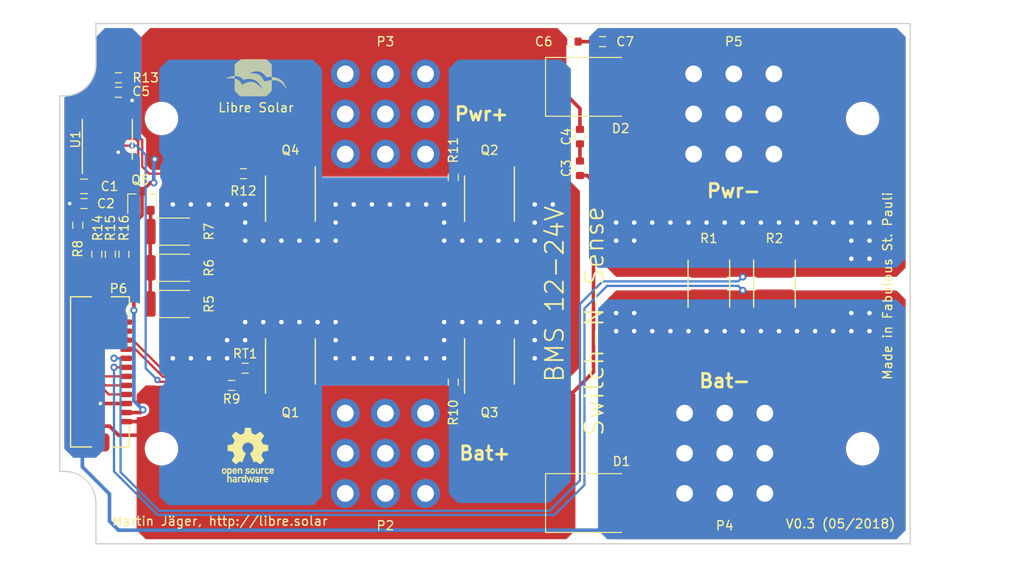
<source format=kicad_pcb>
(kicad_pcb (version 20221018) (generator pcbnew)
  (layers (0 "F.Cu" signal) (31 "B.Cu" signal) (34 "B.Paste" user) (35 "F.Paste" user) (36 "B.SilkS" user "B.Silkscreen") (37 "F.SilkS" user "F.Silkscreen") (38 "B.Mask" user) (39 "F.Mask" user) (44 "Edge.Cuts" user))
  (net 0 "")
  (net 1 "Net-(C1-Pad1)")
  (net 2 "Net-(C1-Pad2)")
  (net 3 "GND")
  (net 4 "/BAT+")
  (net 5 "/LOAD+")
  (net 6 "Net-(C5-Pad1)")
  (net 7 "Net-(C6-Pad2)")
  (net 8 "/LOAD-")
  (net 9 "/CHG+")
  (net 10 "/CHG_G")
  (net 11 "/DSG_G")
  (net 12 "/PCHG_G")
  (net 13 "Net-(R9-Pad2)")
  (net 14 "Net-(R12-Pad2)")
  (net 15 "Net-(C3-Pad2)")
  (net 16 "Net-(P6-Pad2)")
  (net 17 "Net-(P6-Pad4)")
  (net 18 "Net-(P6-Pad9)")
  (net 19 "/CHG_EN")
  (net 20 "/DSG_EN")
  (net 21 "/PCHG_EN")
  (net 22 "Net-(U1-Pad3)")
  (net 23 "Net-(U1-Pad10)")
  (net 24 "Net-(U1-Pad13)")
  (net 25 "Net-(U1-Pad15)")
  (net 26 "Net-(P6-Pad1)")
  (net 27 "Net-(P6-Pad3)")
  (net 28 "Net-(P6-Pad7)")
  (net 29 "Net-(P6-Pad8)")
  (net 30 "Net-(Q5-Pad2)")
  (footprint "LibreSolar:5X6_MOSFET" (layer "F.Cu") (at 122 97.85)
    (fp_text reference "Q1")
    (fp_text value "BSC014N04LS" hide)
  )
  (footprint "LibreSolar:5X6_MOSFET" (layer "F.Cu") (at 144 78.85 180)
    (fp_text reference "Q2")
    (fp_text value "BSC014N04LS" hide)
  )
  (footprint "LibreSolar:5X6_MOSFET" (layer "F.Cu") (at 144 97.85)
    (fp_text reference "Q3")
    (fp_text value "BSC014N04LS" hide)
  )
  (footprint "LibreSolar:5X6_MOSFET" (layer "F.Cu") (at 122 78.85 180)
    (fp_text reference "Q4")
    (fp_text value "BSC014N04LS" hide)
  )
  (footprint "LibreSolar:R_Bourns_CRE2512" (layer "F.Cu") (at 168.25 88.75 -90)
    (fp_text reference "R1")
    (fp_text value "2m")
  )
  (footprint "LibreSolar:R_Bourns_CRE2512" (layer "F.Cu") (at 175.5 88.75 -90)
    (fp_text reference "R2")
    (fp_text value "2m")
  )
  (footprint "LibreSolar:LIBRESOLAR_LOGO" (layer "F.Cu") (at 115.9 68)
    (fp_text reference "LOGO1" hide)
    (fp_text value "LIBRE_SOLAR" hide)
  )
  (footprint "LibreSolar:Wuerth_WP-THRBU" (layer "F.Cu") (at 132.5 70)
    (fp_text reference "P3")
    (fp_text value "CONN_01X01")
  )
  (footprint "LibreSolar:Wuerth_WP-THRBU" (layer "F.Cu") (at 132.5 107.5)
    (fp_text reference "P2")
    (fp_text value "CONN_01X01")
  )
  (footprint "LibreSolar:Wuerth_WP-THRBU" (layer "F.Cu") (at 171 70)
    (fp_text reference "P5")
    (fp_text value "CONN_01X01")
  )
  (footprint "LibreSolar:Wuerth_WP-THRBU" (layer "F.Cu") (at 170 107.5)
    (fp_text reference "P4")
    (fp_text value "CONN_01X01")
  )
  (footprint "LibreSolar:SOT-23" (layer "F.Cu") (at 105.6 79.6 90)
    (fp_text reference "Q5")
    (fp_text value "ZXMP6A13F")
  )
  (footprint "LibreSolar:R_2010_5025" (layer "F.Cu") (at 109 87)
    (fp_text reference "R6")
    (fp_text value "330")
  )
  (footprint "LibreSolar:R_2010_5025" (layer "F.Cu") (at 109 83)
    (fp_text reference "R7")
    (fp_text value "330")
  )
  (footprint "LibreSolar:R_2010_5025" (layer "F.Cu") (at 109 91)
    (fp_text reference "R5")
    (fp_text value "330")
  )
  (footprint "LibreSolar:R_0603_1608" (layer "F.Cu") (at 116.8 76.6 180)
    (fp_text reference "R12")
    (fp_text value "4.7")
  )
  (footprint "LibreSolar:R_0603_1608" (layer "F.Cu") (at 98.5 82.3 -90)
    (fp_text reference "R8")
    (fp_text value "100")
  )
  (footprint "LibreSolar:R_0603_1608" (layer "F.Cu") (at 115.5 100 180)
    (fp_text reference "R9")
    (fp_text value "4.7")
  )
  (footprint "LibreSolar:R_0603_1608" (layer "F.Cu") (at 140 99.645939 -90)
    (fp_text reference "R10")
    (fp_text value "1M")
  )
  (footprint "LibreSolar:R_0603_1608" (layer "F.Cu") (at 140 77 -90)
    (fp_text reference "R11")
    (fp_text value "1M")
  )
  (footprint "LibreSolar:R_0603_1608" (layer "F.Cu") (at 100.6 85.5 90)
    (fp_text reference "R14")
    (fp_text value "1k")
  )
  (footprint "LibreSolar:R_0603_1608" (layer "F.Cu") (at 103.6 85.5 90)
    (fp_text reference "R16")
    (fp_text value "1k")
  )
  (footprint "LibreSolar:R_0603_1608" (layer "F.Cu") (at 102.1 85.5 90)
    (fp_text reference "R15")
    (fp_text value "1k")
  )
  (footprint "LibreSolar:R_0603_1608" (layer "F.Cu") (at 117 98.1 180)
    (fp_text reference "RT1")
    (fp_text value "10k")
  )
  (footprint "LibreSolar:R_0603_1608" (layer "F.Cu") (at 103 66)
    (fp_text reference "R13")
    (fp_text value "100")
  )
  (footprint "LibreSolar:D_SMC" (layer "F.Cu") (at 155 67)
    (fp_text reference "D2")
    (fp_text value "SMCJ24A")
  )
  (footprint "LibreSolar:D_SMC" (layer "F.Cu") (at 155 113)
    (fp_text reference "D1")
    (fp_text value "SMCJ24A")
  )
  (footprint "LibreSolar:C_0603_1608" (layer "F.Cu") (at 154 76 90)
    (fp_text reference "C3")
    (fp_text value "100n")
  )
  (footprint "LibreSolar:C_0603_1608" (layer "F.Cu") (at 156.5 62)
    (fp_text reference "C7")
    (fp_text value "100n")
  )
  (footprint "LibreSolar:C_0603_1608" (layer "F.Cu") (at 103 67.6)
    (fp_text reference "C5")
    (fp_text value "10n")
  )
  (footprint "LibreSolar:C_0603_1608" (layer "F.Cu") (at 154 72.5 90)
    (fp_text reference "C4")
    (fp_text value "100n")
  )
  (footprint "LibreSolar:C_0603_1608" (layer "F.Cu") (at 99.2 79.9 180)
    (fp_text reference "C2")
    (fp_text value "10n")
  )
  (footprint "LibreSolar:C_0603_1608" (layer "F.Cu") (at 153 62)
    (fp_text reference "C6")
    (fp_text value "100n")
  )
  (footprint "LibreSolar:Wuerth_WR-FPC_686112148922" (layer "F.Cu") (at 101.2 98.5 -90)
    (fp_text reference "P6")
    (fp_text value "Conn_Switch-N-Sense")
  )
  (footprint "MountingHole:MountingHole_3.2mm_M3" (layer "F.Cu") (at 185.25 70.5)
    (fp_text reference "REF**" hide)
    (fp_text value "MountingHole_3.2mm_M3")
  )
  (footprint "MountingHole:MountingHole_3.2mm_M3" (layer "F.Cu") (at 185.25 107)
    (fp_text reference "REF**" hide)
    (fp_text value "MountingHole_3.2mm_M3")
  )
  (footprint "MountingHole:MountingHole_3.2mm_M3" (layer "F.Cu") (at 107.75 70.5)
    (fp_text reference "REF**" hide)
    (fp_text value "MountingHole_3.2mm_M3")
  )
  (footprint "MountingHole:MountingHole_3.2mm_M3" (layer "F.Cu") (at 107.75 107)
    (fp_text reference "REF**" hide)
    (fp_text value "MountingHole_3.2mm_M3")
  )
  (footprint "Symbol:OSHW-Logo_5.7x6mm_SilkScreen" (layer "F.Cu") (at 117.3 107.7)
    (fp_text reference "LOGO2" hide)
    (fp_text value "OPEN_HARDWARE_1" hide)
  )
  (footprint "Package_SO:TSSOP-16_4.4x5mm_P0.65mm" (layer "F.Cu") (at 101.8 72.8 90)
    (fp_text reference "U1")
    (fp_text value "BQ76200")
  )
  (footprint "LibreSolar:C_0805_2012" (layer "F.Cu") (at 99.2 78 180)
    (fp_text reference "C1")
    (fp_text value "1u")
  )
  (gr_line (start 97 68) (end 96.5 68) (stroke (width 0.15)) (layer "Edge.Cuts"))
  (gr_line (start 97 109.5) (end 96.5 109.5) (stroke (width 0.15)) (layer "Edge.Cuts"))
  (gr_line (start 100.5 113) (end 100.5 117.5) (stroke (width 0.15)) (layer "Edge.Cuts"))
  (gr_line (start 96.5 68) (end 96.5 109.5) (stroke (width 0.15)) (layer "Edge.Cuts"))
  (gr_arc (start 100.5 64.5) (mid 99.474874 66.974874) (end 97 68) (stroke (width 0.15)) (layer "Edge.Cuts"))
  (gr_line (start 100.5 117.5) (end 190.5 117.5) (stroke (width 0.15)) (layer "Edge.Cuts"))
  (gr_line (start 190.5 117.5) (end 190.5 60) (stroke (width 0.15)) (layer "Edge.Cuts"))
  (gr_arc (start 97 109.5) (mid 99.474874 110.525126) (end 100.5 113) (stroke (width 0.15)) (layer "Edge.Cuts"))
  (gr_line (start 100.5 60) (end 100.5 64.5) (stroke (width 0.15)) (layer "Edge.Cuts"))
  (gr_line (start 190.5 60) (end 100.5 60) (stroke (width 0.15)) (layer "Edge.Cuts"))
  (gr_text "Bat-" (at 170 99.5) (layer "F.SilkS") (effects (font (size 1.5 1.5) (thickness 0.3))))
  (gr_text "Pwr+" (at 140 70) (layer "F.SilkS") (effects (font (size 1.5 1.5) (thickness 0.3)) (justify left)))
  (gr_text "Bat+" (at 140.5 107.5) (layer "F.SilkS") (effects (font (size 1.5 1.5) (thickness 0.3)) (justify left)))
  (gr_text "V0.3 (05/2018)" (at 182.8 115.3) (layer "F.SilkS") (effects (font (size 1 1))))
  (gr_text "Made in Fabulous St. Pauli" (at 188 89 90) (layer "F.SilkS") (effects (font (size 1 1))))
  (gr_text "BMS 12-24V" (at 151.2 99.8 90) (layer "F.SilkS") (effects (font (size 2 2) (thickness 0.2)) (justify left)))
  (gr_text "Pwr-" (at 171 78.5) (layer "F.SilkS") (effects (font (size 1.5 1.5) (thickness 0.3))))
  (gr_text "Switch-N-Sense" (at 155.6 92.9 90) (layer "F.SilkS") (effects (font (size 2 2) (thickness 0.2))))
  (gr_text "Martin Jäger, http://libre.solar" (at 102.2 115) (layer "F.SilkS") (effects (font (size 1 1)) (justify left)))
  (segment (start 100 80) (end 98.5 81.5) (width 0.25) (layer "F.Cu") (net 1))
  (segment (start 100.175 75.75) (end 100.175 77.975) (width 0.25) (layer "F.Cu") (net 1))
  (segment (start 100.2 78) (end 100.2 79.7) (width 0.25) (layer "F.Cu") (net 1))
  (segment (start 100.2 79.7) (end 100 79.9) (width 0.25) (layer "F.Cu") (net 1))
  (segment (start 100 79.9) (end 100 80) (width 0.25) (layer "F.Cu") (net 1))
  (segment (start 100.175 77.975) (end 100.2 78) (width 0.25) (layer "F.Cu") (net 1))
  (segment (start 99.525 75.75) (end 99.525 76.275) (width 0.25) (layer "F.Cu") (net 2))
  (segment (start 99.525 76.275) (end 98.2 77.6) (width 0.25) (layer "F.Cu") (net 2))
  (segment (start 98.2 77.6) (end 98.2 78) (width 0.25) (layer "F.Cu") (net 2))
  (segment (start 103.05001 74.22501) (end 102.97479 74.22501) (width 0.4) (layer "F.Cu") (net 3))
  (segment (start 184 92) (end 186 92) (width 0.25) (layer "F.Cu") (net 3))
  (segment (start 103.425 74.6) (end 103.05001 74.22501) (width 0.4) (layer "F.Cu") (net 3))
  (segment (start 102.49999 74.22501) (end 102.97479 74.22501) (width 0.4) (layer "F.Cu") (net 3))
  (segment (start 103.8 67.6) (end 103.8 67.8) (width 0.4) (layer "F.Cu") (net 3))
  (segment (start 180 94) (end 182 94) (width 0.25) (layer "F.Cu") (net 3))
  (segment (start 102.125 75.75) (end 102.125 74.6) (width 0.4) (layer "F.Cu") (net 3))
  (segment (start 98.4 79.9) (end 97.6 79.9) (width 0.4) (layer "F.Cu") (net 3))
  (segment (start 172 94) (end 174 94) (width 0.25) (layer "F.Cu") (net 3))
  (segment (start 164 94) (end 166 94) (width 0.25) (layer "F.Cu") (net 3))
  (segment (start 176 94) (end 178 94) (width 0.25) (layer "F.Cu") (net 3))
  (segment (start 102.125 74.6) (end 102.49999 74.22501) (width 0.4) (layer "F.Cu") (net 3))
  (segment (start 104.075 68.925) (end 104.5 68.5) (width 0.4) (layer "F.Cu") (net 3))
  (segment (start 103.8 67.8) (end 104.5 68.5) (width 0.4) (layer "F.Cu") (net 3))
  (segment (start 163 92.75) (end 162 93.75) (width 0.25) (layer "F.Cu") (net 3))
  (segment (start 168 94) (end 170 94) (width 0.25) (layer "F.Cu") (net 3))
  (segment (start 163 90.95) (end 163 92.75) (width 0.25) (layer "F.Cu") (net 3))
  (segment (start 103.425 75.75) (end 103.425 74.6) (width 0.4) (layer "F.Cu") (net 3))
  (segment (start 160 92) (end 158 92) (width 0.25) (layer "F.Cu") (net 3))
  (segment (start 104.075 69.85) (end 104.075 68.925) (width 0.4) (layer "F.Cu") (net 3))
  (segment (start 175 90.95) (end 172.75 90.95) (width 0.25) (layer "F.Cu") (net 3))
  (segment (start 172.75 90.95) (end 172 90.2) (width 0.25) (layer "F.Cu") (net 3))
  (segment (start 103.85 102) (end 101 102) (width 0.4) (layer "F.Cu") (net 3))
  (segment (start 102.5 98) (end 103.85 98) (width 0.25) (layer "F.Cu") (net 3))
  (segment (start 162 94) (end 160 94) (width 0.25) (layer "F.Cu") (net 3))
  (segment (start 172 90.2) (end 172 89.5) (width 0.25) (layer "F.Cu") (net 3))
  (segment (start 182 94) (end 184 94) (width 0.25) (layer "F.Cu") (net 3))
  (segment (start 162 93.75) (end 162 94) (width 0.25) (layer "F.Cu") (net 3))
  (via (at 184 94) (size 1) (drill 0.5) (layers "F.Cu" "B.Cu") (net 3))
  (via (at 158 92) (size 1) (drill 0.5) (layers "F.Cu" "B.Cu") (net 3))
  (via (at 172 94) (size 1) (drill 0.5) (layers "F.Cu" "B.Cu") (net 3))
  (via (at 158 94) (size 1) (drill 0.5) (layers "F.Cu" "B.Cu") (net 3))
  (via (at 101 102) (size 0.8) (drill 0.4) (layers "F.Cu" "B.Cu") (net 3))
  (via (at 180 94) (size 1) (drill 0.5) (layers "F.Cu" "B.Cu") (net 3))
  (via (at 162 94) (size 1) (drill 0.5) (layers "F.Cu" "B.Cu") (net 3))
  (via (at 184 92) (size 1) (drill 0.5) (layers "F.Cu" "B.Cu") (net 3))
  (via (at 172 89.5) (size 0.8) (drill 0.4) (layers "F.Cu" "B.Cu") (net 3))
  (via (at 170 94) (size 1) (drill 0.5) (layers "F.Cu" "B.Cu") (net 3))
  (via (at 104.5 68.5) (size 0.8) (drill 0.4) (layers "F.Cu" "B.Cu") (net 3))
  (via (at 174 94) (size 1) (drill 0.5) (layers "F.Cu" "B.Cu") (net 3))
  (via (at 102.97479 74.22501) (size 0.8) (drill 0.4) (layers "F.Cu" "B.Cu") (net 3))
  (via (at 186 92) (size 1) (drill 0.5) (layers "F.Cu" "B.Cu") (net 3))
  (via (at 176 94) (size 1) (drill 0.5) (layers "F.Cu" "B.Cu") (net 3))
  (via (at 97.6 79.9) (size 0.8) (drill 0.4) (layers "F.Cu" "B.Cu") (net 3))
  (via (at 160 92) (size 1) (drill 0.5) (layers "F.Cu" "B.Cu") (net 3))
  (via (at 186 94) (size 1) (drill 0.5) (layers "F.Cu" "B.Cu") (net 3))
  (via (at 160 94) (size 1) (drill 0.5) (layers "F.Cu" "B.Cu") (net 3))
  (via (at 178 94) (size 1) (drill 0.5) (layers "F.Cu" "B.Cu") (net 3))
  (via (at 164 94) (size 1) (drill 0.5) (layers "F.Cu" "B.Cu") (net 3))
  (via (at 166 94) (size 1) (drill 0.5) (layers "F.Cu" "B.Cu") (net 3))
  (via (at 102.5 98) (size 0.8) (drill 0.4) (layers "F.Cu" "B.Cu") (net 3))
  (via (at 168 94) (size 1) (drill 0.5) (layers "F.Cu" "B.Cu") (net 3))
  (via (at 182 94) (size 1) (drill 0.5) (layers "F.Cu" "B.Cu") (net 3))
  (segment (start 171.5 89) (end 157 89) (width 0.25) (layer "B.Cu") (net 3))
  (segment (start 102 115) (end 102 112) (width 0.4) (layer "B.Cu") (net 3))
  (segment (start 107.310012 114.310012) (end 102.5 109.5) (width 0.25) (layer "B.Cu") (net 3))
  (segment (start 184 94) (end 184 92) (width 0.25) (layer "B.Cu") (net 3))
  (segment (start 154.5 111) (end 151.189988 114.310012) (width 0.25) (layer "B.Cu") (net 3))
  (segment (start 158 92) (end 158 94) (width 0.25) (layer "B.Cu") (net 3))
  (segment (start 102 112) (end 99 109) (width 0.4) (layer "B.Cu") (net 3))
  (segment (start 165.565 114.697741) (end 164.262741 116) (width 0.4) (layer "B.Cu") (net 3))
  (segment (start 170 94) (end 172 94) (width 0.25) (layer "B.Cu") (net 3))
  (segment (start 99 109) (end 99 105) (width 0.4) (layer "B.Cu") (net 3))
  (segment (start 186 92) (end 186 94) (width 0.25) (layer "B.Cu") (net 3))
  (segment (start 174 94) (end 176 94) (width 0.25) (layer "B.Cu") (net 3))
  (segment (start 160 94) (end 160 92) (width 0.25) (layer "B.Cu") (net 3))
  (segment (start 172 89.5) (end 171.5 89) (width 0.25) (layer "B.Cu") (net 3))
  (segment (start 154.5 91.5) (end 154.5 111) (width 0.25) (layer "B.Cu") (net 3))
  (segment (start 162 94) (end 164 94) (width 0.25) (layer "B.Cu") (net 3))
  (segment (start 164.262741 116) (end 103 116) (width 0.4) (layer "B.Cu") (net 3))
  (segment (start 178 94) (end 180 94) (width 0.25) (layer "B.Cu") (net 3))
  (segment (start 151.189988 114.310012) (end 107.310012 114.310012) (width 0.25) (layer "B.Cu") (net 3))
  (segment (start 102.5 109.5) (end 102.5 98) (width 0.25) (layer "B.Cu") (net 3))
  (segment (start 166 94) (end 168 94) (width 0.25) (layer "B.Cu") (net 3))
  (segment (start 157 89) (end 154.5 91.5) (width 0.25) (layer "B.Cu") (net 3))
  (segment (start 103 116) (end 102 115) (width 0.4) (layer "B.Cu") (net 3))
  (segment (start 165.565 112.435) (end 165.565 114.697741) (width 0.4) (layer "B.Cu") (net 3))
  (segment (start 101 104.5) (end 102 104.5) (width 0.4) (layer "F.Cu") (net 4))
  (segment (start 155.5 77.5) (end 155.5 98.5) (width 0.4) (layer "F.Cu") (net 4))
  (segment (start 154.8 76.8) (end 155.5 77.5) (width 0.4) (layer "F.Cu") (net 4))
  (segment (start 98.5 83.1) (end 98.5 86.75) (width 0.4) (layer "F.Cu") (net 4))
  (segment (start 103 105.5) (end 105.5 105.5) (width 0.4) (layer "F.Cu") (net 4))
  (segment (start 155.5 98.5) (end 151 103) (width 0.4) (layer "F.Cu") (net 4))
  (segment (start 103.85 104) (end 106.25 104) (width 0.4) (layer "F.Cu") (net 4))
  (segment (start 102 104.5) (end 103 105.5) (width 0.4) (layer "F.Cu") (net 4))
  (segment (start 98 101.5) (end 101 104.5) (width 0.4) (layer "F.Cu") (net 4))
  (segment (start 143.785 102.285) (end 143.785 100.875) (width 0.4) (layer "F.Cu") (net 4))
  (segment (start 98.5 86.75) (end 98 87.25) (width 0.4) (layer "F.Cu") (net 4))
  (segment (start 144.5 103) (end 143.785 102.285) (width 0.4) (layer "F.Cu") (net 4))
  (segment (start 98 87.25) (end 98 101.5) (width 0.4) (layer "F.Cu") (net 4))
  (segment (start 151 103) (end 144.5 103) (width 0.4) (layer "F.Cu") (net 4))
  (segment (start 154 76.8) (end 154.8 76.8) (width 0.4) (layer "F.Cu") (net 4))
  (segment (start 105.4 103) (end 105.7 102.7) (width 0.4) (layer "F.Cu") (net 5))
  (segment (start 154 69.4) (end 151.6 67) (width 0.4) (layer "F.Cu") (net 5))
  (segment (start 105.6 81.2) (end 105.6 78.55) (width 0.4) (layer "F.Cu") (net 5))
  (segment (start 103.8 66) (end 106.8 66) (width 0.4) (layer "F.Cu") (net 5))
  (segment (start 105.6 78.5) (end 106.5 77.6) (width 0.4) (layer "F.Cu") (net 5))
  (segment (start 154 71.7) (end 154 69.4) (width 0.4) (layer "F.Cu") (net 5))
  (segment (start 105.6 78.55) (end 105.6 78.5) (width 0.4) (layer "F.Cu") (net 5))
  (segment (start 104.7 82.1) (end 105.6 81.2) (width 0.4) (layer "F.Cu") (net 5))
  (segment (start 106.5 77.6) (end 106.9 77.6) (width 0.4) (layer "F.Cu") (net 5))
  (segment (start 103.85 103) (end 105.4 103) (width 0.4) (layer "F.Cu") (net 5))
  (segment (start 104.7 82.1) (end 104.7 91.7) (width 0.4) (layer "F.Cu") (net 5))
  (via (at 104.7 91.7) (size 0.8) (drill 0.4) (layers "F.Cu" "B.Cu") (net 5))
  (via (at 105.7 102.7) (size 0.8) (drill 0.4) (layers "F.Cu" "B.Cu") (net 5))
  (via (at 106.9 77.6) (size 0.8) (drill 0.4) (layers "F.Cu" "B.Cu") (net 5))
  (via (at 107 75) (size 0.8) (drill 0.4) (layers "F.Cu" "B.Cu") (net 5))
  (segment (start 104.7 101.7) (end 105.7 102.7) (width 0.4) (layer "B.Cu") (net 5))
  (segment (start 104.7 91.7) (end 104.7 101.7) (width 0.4) (layer "B.Cu") (net 5))
  (segment (start 106.9 75.1) (end 107 75) (width 0.4) (layer "B.Cu") (net 5))
  (segment (start 106.9 77.6) (end 106.9 75.1) (width 0.4) (layer "B.Cu") (net 5))
  (segment (start 102.2 66) (end 102.2 67.6) (width 0.25) (layer "F.Cu") (net 6))
  (segment (start 102.775 68.175) (end 102.2 67.6) (width 0.25) (layer "F.Cu") (net 6))
  (segment (start 102.775 69.85) (end 102.775 68.175) (width 0.25) (layer "F.Cu") (net 6))
  (segment (start 155.7 62) (end 153.8 62) (width 0.4) (layer "F.Cu") (net 7))
  (segment (start 102.5 97) (end 103.85 97) (width 0.25) (layer "F.Cu") (net 8))
  (segment (start 175 86.55) (end 172.75 86.55) (width 0.25) (layer "F.Cu") (net 8))
  (segment (start 162 83.75) (end 162 82) (width 0.25) (layer "F.Cu") (net 8))
  (segment (start 180 82) (end 182 82) (width 0.25) (layer "F.Cu") (net 8))
  (segment (start 182 82) (end 184 82) (width 0.25) (layer "F.Cu") (net 8))
  (segment (start 163 84.75) (end 162 83.75) (width 0.25) (layer "F.Cu") (net 8))
  (segment (start 164 82) (end 166 82) (width 0.25) (layer "F.Cu") (net 8))
  (segment (start 168 82) (end 170 82) (width 0.25) (layer "F.Cu") (net 8))
  (segment (start 184 84) (end 184 86) (width 0.25) (layer "F.Cu") (net 8))
  (segment (start 160 84) (end 158 84) (width 0.25) (layer "F.Cu") (net 8))
  (segment (start 162 82) (end 160 82) (width 0.25) (layer "F.Cu") (net 8))
  (segment (start 172.75 86.55) (end 172 87.3) (width 0.25) (layer "F.Cu") (net 8))
  (segment (start 172 87.3) (end 172 88) (width 0.25) (layer "F.Cu") (net 8))
  (segment (start 186 82) (end 186 84) (width 0.25) (layer "F.Cu") (net 8))
  (segment (start 172 82) (end 174 82) (width 0.25) (layer "F.Cu") (net 8))
  (segment (start 163 86.55) (end 163 84.75) (width 0.25) (layer "F.Cu") (net 8))
  (segment (start 176 82) (end 178 82) (width 0.25) (layer "F.Cu") (net 8))
  (via (at 168 82) (size 1) (drill 0.5) (layers "F.Cu" "B.Cu") (net 8))
  (via (at 186 86) (size 1) (drill 0.5) (layers "F.Cu" "B.Cu") (net 8))
  (via (at 170 82) (size 1) (drill 0.5) (layers "F.Cu" "B.Cu") (net 8))
  (via (at 180 82) (size 1) (drill 0.5) (layers "F.Cu" "B.Cu") (net 8))
  (via (at 162 82) (size 1) (drill 0.5) (layers "F.Cu" "B.Cu") (net 8))
  (via (at 158 82) (size 1) (drill 0.5) (layers "F.Cu" "B.Cu") (net 8))
  (via (at 102.5 97) (size 0.8) (drill 0.4) (layers "F.Cu" "B.Cu") (net 8))
  (via (at 186 84) (size 1) (drill 0.5) (layers "F.Cu" "B.Cu") (net 8))
  (via (at 184 84) (size 1) (drill 0.5) (layers "F.Cu" "B.Cu") (net 8))
  (via (at 176 82) (size 1) (drill 0.5) (layers "F.Cu" "B.Cu") (net 8))
  (via (at 166 82) (size 1) (drill 0.5) (layers "F.Cu" "B.Cu") (net 8))
  (via (at 164 82) (size 1) (drill 0.5) (layers "F.Cu" "B.Cu") (net 8))
  (via (at 172 88) (size 0.8) (drill 0.4) (layers "F.Cu" "B.Cu") (net 8))
  (via (at 160 82) (size 1) (drill 0.5) (layers "F.Cu" "B.Cu") (net 8))
  (via (at 174 82) (size 1) (drill 0.5) (layers "F.Cu" "B.Cu") (net 8))
  (via (at 178 82) (size 1) (drill 0.5) (layers "F.Cu" "B.Cu") (net 8))
  (via (at 160 84) (size 1) (drill 0.5) (layers "F.Cu" "B.Cu") (net 8))
  (via (at 158 84) (size 1) (drill 0.5) (layers "F.Cu" "B.Cu") (net 8))
  (via (at 184 82) (size 1) (drill 0.5) (layers "F.Cu" "B.Cu") (net 8))
  (via (at 182 82) (size 1) (drill 0.5) (layers "F.Cu" "B.Cu") (net 8))
  (via (at 186 82) (size 1) (drill 0.5) (layers "F.Cu" "B.Cu") (net 8))
  (via (at 172 82) (size 1) (drill 0.5) (layers "F.Cu" "B.Cu") (net 8))
  (via (at 184 86) (size 1) (drill 0.5) (layers "F.Cu" "B.Cu") (net 8))
  (segment (start 150.639999 113.860001) (end 107.496411 113.860001) (width 0.25) (layer "B.Cu") (net 8))
  (segment (start 154 91) (end 154 110.5) (width 0.25) (layer "B.Cu") (net 8))
  (segment (start 158 84) (end 158 82) (width 0.25) (layer "B.Cu") (net 8))
  (segment (start 103.065685 97) (end 102.5 97) (width 0.25) (layer "B.Cu") (net 8))
  (segment (start 156.5 88.5) (end 154 91) (width 0.25) (layer "B.Cu") (net 8))
  (segment (start 107.496411 113.860001) (end 103.225002 109.588592) (width 0.25) (layer "B.Cu") (net 8))
  (segment (start 184 86) (end 186 86) (width 0.25) (layer "B.Cu") (net 8))
  (segment (start 160 82) (end 160 84) (width 0.25) (layer "B.Cu") (net 8))
  (segment (start 171.5 88.5) (end 156.5 88.5) (width 0.25) (layer "B.Cu") (net 8))
  (segment (start 170 82) (end 172 82) (width 0.25) (layer "B.Cu") (net 8))
  (segment (start 154 110.5) (end 150.639999 113.860001) (width 0.25) (layer "B.Cu") (net 8))
  (segment (start 174 82) (end 176 82) (width 0.25) (layer "B.Cu") (net 8))
  (segment (start 103.225002 109.588592) (end 103.225002 97.159317) (width 0.25) (layer "B.Cu") (net 8))
  (segment (start 172 88) (end 171.5 88.5) (width 0.25) (layer "B.Cu") (net 8))
  (segment (start 162 82) (end 164 82) (width 0.25) (layer "B.Cu") (net 8))
  (segment (start 166 82) (end 168 82) (width 0.25) (layer "B.Cu") (net 8))
  (segment (start 178 82) (end 180 82) (width 0.25) (layer "B.Cu") (net 8))
  (segment (start 103.225002 97.159317) (end 103.065685 97) (width 0.25) (layer "B.Cu") (net 8))
  (segment (start 184 82) (end 186 82) (width 0.25) (layer "B.Cu") (net 8))
  (segment (start 186 84) (end 184 84) (width 0.25) (layer "B.Cu") (net 8))
  (segment (start 111 80) (end 109 80) (width 0.4) (layer "F.Cu") (net 9))
  (segment (start 122 79.2) (end 117.8 79.2) (width 0.4) (layer "F.Cu") (net 9))
  (segment (start 117.8 79.2) (end 117 80) (width 0.4) (layer "F.Cu") (net 9))
  (segment (start 115 80) (end 113 80) (width 0.4) (layer "F.Cu") (net 9))
  (via (at 111 80) (size 1) (drill 0.5) (layers "F.Cu" "B.Cu") (net 9))
  (via (at 109 80) (size 1) (drill 0.5) (layers "F.Cu" "B.Cu") (net 9))
  (via (at 147 84) (size 1) (drill 0.5) (layers "F.Cu" "B.Cu") (net 9))
  (via (at 135 97) (size 1) (drill 0.5) (layers "F.Cu" "B.Cu") (net 9))
  (via (at 113 80) (size 1) (drill 0.5) (layers "F.Cu" "B.Cu") (net 9))
  (via (at 125 93) (size 1) (drill 0.5) (layers "F.Cu" "B.Cu") (net 9))
  (via (at 141 84) (size 1) (drill 0.5) (layers "F.Cu" "B.Cu") (net 9))
  (via (at 121 93) (size 1) (drill 0.5) (layers "F.Cu" "B.Cu") (net 9))
  (via (at 127 80) (size 1) (drill 0.5) (layers "F.Cu" "B.Cu") (net 9))
  (via (at 113 97) (size 1) (drill 0.5) (layers "F.Cu" "B.Cu") (net 9))
  (via (at 133 97) (size 1) (drill 0.5) (layers "F.Cu" "B.Cu") (net 9))
  (via (at 149 93) (size 1) (drill 0.5) (layers "F.Cu" "B.Cu") (net 9))
  (via (at 139 82) (size 1) (drill 0.5) (layers "F.Cu" "B.Cu") (net 9))
  (via (at 149 84) (size 1) (drill 0.5) (layers "F.Cu" "B.Cu") (net 9))
  (via (at 139 95) (size 1) (drill 0.5) (layers "F.Cu" "B.Cu") (net 9))
  (via (at 109 97) (size 1) (drill 0.5) (layers "F.Cu" "B.Cu") (net 9))
  (via (at 141 93) (size 1) (drill 0.5) (layers "F.Cu" "B.Cu") (net 9))
  (via (at 127 93) (size 1) (drill 0.5) (layers "F.Cu" "B.Cu") (net 9))
  (via (at 111 97) (size 1) (drill 0.5) (layers "F.Cu" "B.Cu") (net 9))
  (via (at 131 97) (size 1) (drill 0.5) (layers "F.Cu" "B.Cu") (net 9))
  (via (at 117 80) (size 1) (drill 0.5) (layers "F.Cu" "B.Cu") (net 9))
  (via (at 131 80) (size 1) (drill 0.5) (layers "F.Cu" "B.Cu") (net 9))
  (via (at 149 80) (size 1) (drill 0.5) (layers "F.Cu" "B.Cu") (net 9))
  (via (at 127 84) (size 1) (drill 0.5) (layers "F.Cu" "B.Cu") (net 9))
  (via (at 117 84) (size 1) (drill 0.5) (layers "F.Cu" "B.Cu") (net 9))
  (via (at 129 80) (size 1) (drill 0.5) (layers "F.Cu" "B.Cu") (net 9))
  (via (at 137 80) (size 1) (drill 0.5) (layers "F.Cu" "B.Cu") (net 9))
  (via (at 115 95) (size 1) (drill 0.5) (layers "F.Cu" "B.Cu") (net 9))
  (via (at 133 80) (size 1) (drill 0.5) (layers "F.Cu" "B.Cu") (net 9))
  (via (at 123 84) (size 1) (drill 0.5) (layers "F.Cu" "B.Cu") (net 9))
  (via (at 117 93) (size 1) (drill 0.5) (layers "F.Cu" "B.Cu") (net 9))
  (via (at 149 82) (size 1) (drill 0.5) (layers "F.Cu" "B.Cu") (net 9))
  (via (at 121 84) (size 1) (drill 0.5) (layers "F.Cu" "B.Cu") (net 9))
  (via (at 129 97) (size 1) (drill 0.5) (layers "F.Cu" "B.Cu") (net 9))
  (via (at 119 84) (size 1) (drill 0.5) (layers "F.Cu" "B.Cu") (net 9))
  (via (at 125 84) (size 1) (drill 0.5) (layers "F.Cu" "B.Cu") (net 9))
  (via (at 127 82) (size 1) (drill 0.5) (layers "F.Cu" "B.Cu") (net 9))
  (via (at 135 80) (size 1) (drill 0.5) (layers "F.Cu" "B.Cu") (net 9))
  (via (at 149 95) (size 1) (drill 0.5) (layers "F.Cu" "B.Cu") (net 9))
  (via (at 147 93) (size 1) (drill 0.5) (layers "F.Cu" "B.Cu") (net 9))
  (via (at 115 80) (size 1) (drill 0.5) (layers "F.Cu" "B.Cu") (net 9))
  (via (at 119 93) (size 1) (drill 0.5) (layers "F.Cu" "B.Cu") (net 9))
  (via (at 145 84) (size 1) (drill 0.5) (layers "F.Cu" "B.Cu") (net 9))
  (via (at 143 93) (size 1) (drill 0.5) (layers "F.Cu" "B.Cu") (net 9))
  (via (at 127 95) (size 1) (drill 0.5) (layers "F.Cu" "B.Cu") (net 9))
  (via (at 143 84) (size 1) (drill 0.5) (layers "F.Cu" "B.Cu") (net 9))
  (via (at 123 93) (size 1) (drill 0.5) (layers "F.Cu" "B.Cu") (net 9))
  (via (at 117 82) (size 1) (drill 0.5) (layers "F.Cu" "B.Cu") (net 9))
  (via (at 151 80) (size 1) (drill 0.5) (layers "F.Cu" "B.Cu") (net 9))
  (via (at 149 97) (size 1) (drill 0.5) (layers "F.Cu" "B.Cu") (net 9))
  (via (at 139 93) (size 1) (drill 0.5) (layers "F.Cu" "B.Cu") (net 9))
  (via (at 145 93) (size 1) (drill 0.5) (layers "F.Cu" "B.Cu") (net 9))
  (via (at 139 84) (size 1) (drill 0.5) (layers "F.Cu" "B.Cu") (net 9))
  (via (at 127 97) (size 1) (drill 0.5) (layers "F.Cu" "B.Cu") (net 9))
  (via (at 115 97) (size 1) (drill 0.5) (layers "F.Cu" "B.Cu") (net 9))
  (via (at 117 95) (size 1) (drill 0.5) (layers "F.Cu" "B.Cu") (net 9))
  (via (at 139 97) (size 1) (drill 0.5) (layers "F.Cu" "B.Cu") (net 9))
  (via (at 139 80) (size 1) (drill 0.5) (layers "F.Cu" "B.Cu") (net 9))
  (via (at 137 97) (size 1) (drill 0.5) (layers "F.Cu" "B.Cu") (net 9))
  (segment (start 147 84) (end 149 84) (width 0.4) (layer "B.Cu") (net 9))
  (segment (start 149 84) (end 149 84) (width 0.4) (layer "B.Cu") (net 9))
  (segment (start 113 80) (end 111 80) (width 0.4) (layer "B.Cu") (net 9))
  (segment (start 147 84) (end 147 84) (width 0.4) (layer "B.Cu") (net 9))
  (segment (start 117 80) (end 115 80) (width 0.4) (layer "B.Cu") (net 9))
  (segment (start 123.905 99.795) (end 123.905 100.875) (width 0.25) (layer "F.Cu") (net 10))
  (segment (start 116.745939 99.554061) (end 123.754061 99.554061) (width 0.25) (layer "F.Cu") (net 10))
  (segment (start 140 98.845939) (end 139.954061 98.845939) (width 0.25) (layer "F.Cu") (net 10))
  (segment (start 123.754061 99.554061) (end 123.905 99.705) (width 0.25) (layer "F.Cu") (net 10))
  (segment (start 145.6 99.4) (end 145.905 99.705) (width 0.25) (layer "F.Cu") (net 10))
  (segment (start 139.954061 98.845939) (end 139.3 99.5) (width 0.25) (layer "F.Cu") (net 10))
  (segment (start 123.905 99.705) (end 123.905 100.575) (width 0.25) (layer "F.Cu") (net 10))
  (segment (start 124.2 99.5) (end 123.905 99.795) (width 0.25) (layer "F.Cu") (net 10))
  (segment (start 139.3 99.5) (end 124.2 99.5) (width 0.25) (layer "F.Cu") (net 10))
  (segment (start 140 98.845939) (end 140.554061 99.4) (width 0.25) (layer "F.Cu") (net 10))
  (segment (start 116.3 100) (end 116.745939 99.554061) (width 0.25) (layer "F.Cu") (net 10))
  (segment (start 140.554061 99.4) (end 145.6 99.4) (width 0.25) (layer "F.Cu") (net 10))
  (segment (start 145.905 99.705) (end 145.905 100.575) (width 0.25) (layer "F.Cu") (net 10))
  (segment (start 117.6 76.6) (end 118.075 76.125) (width 0.25) (layer "F.Cu") (net 11))
  (segment (start 120.095 76.95) (end 120.499061 77.354061) (width 0.25) (layer "F.Cu") (net 11))
  (segment (start 120.095 76.125) (end 120.095 76.95) (width 0.25) (layer "F.Cu") (net 11))
  (segment (start 139.554061 77.354061) (end 140 77.8) (width 0.25) (layer "F.Cu") (net 11))
  (segment (start 118.075 76.125) (end 120.095 76.125) (width 0.25) (layer "F.Cu") (net 11))
  (segment (start 142.095 77.1) (end 142.095 76.125) (width 0.25) (layer "F.Cu") (net 11))
  (segment (start 120.499061 77.354061) (end 139.554061 77.354061) (width 0.25) (layer "F.Cu") (net 11))
  (segment (start 140 77.8) (end 140.7 77.1) (width 0.25) (layer "F.Cu") (net 11))
  (segment (start 140.7 77.1) (end 142.095 77.1) (width 0.25) (layer "F.Cu") (net 11))
  (segment (start 104.824002 72.724998) (end 105.175002 73.075998) (width 0.25) (layer "F.Cu") (net 12))
  (segment (start 104.65 78.195808) (end 105.175002 77.670806) (width 0.25) (layer "F.Cu") (net 12))
  (segment (start 100.825 69.85) (end 100.825 70.85) (width 0.25) (layer "F.Cu") (net 12))
  (segment (start 102.699998 72.724998) (end 104.824002 72.724998) (width 0.25) (layer "F.Cu") (net 12))
  (segment (start 104.65 80.65) (end 104.65 78.195808) (width 0.25) (layer "F.Cu") (net 12))
  (segment (start 100.825 70.85) (end 102.699998 72.724998) (width 0.25) (layer "F.Cu") (net 12))
  (segment (start 105.175002 77.670806) (end 105.175002 73.075998) (width 0.25) (layer "F.Cu") (net 12))
  (segment (start 99.525 69.85) (end 99.525 70.85) (width 0.25) (layer "F.Cu") (net 13))
  (segment (start 114.2 100) (end 114.7 100) (width 0.25) (layer "F.Cu") (net 13))
  (segment (start 102.175 73.5) (end 104.5 73.5) (width 0.25) (layer "F.Cu") (net 13))
  (segment (start 107.3 99.4) (end 107.5 99.6) (width 0.25) (layer "F.Cu") (net 13))
  (segment (start 107.5 99.6) (end 113.8 99.6) (width 0.25) (layer "F.Cu") (net 13))
  (segment (start 99.525 70.85) (end 102.175 73.5) (width 0.25) (layer "F.Cu") (net 13))
  (segment (start 113.8 99.6) (end 114.2 100) (width 0.25) (layer "F.Cu") (net 13))
  (via (at 104.5 73.5) (size 0.7) (drill 0.3) (layers "F.Cu" "B.Cu") (net 13))
  (via (at 107.3 99.4) (size 0.7) (drill 0.3) (layers "F.Cu" "B.Cu") (net 13))
  (segment (start 104.994974 73.5) (end 106 74.505026) (width 0.25) (layer "B.Cu") (net 13))
  (segment (start 104.5 73.5) (end 104.994974 73.5) (width 0.25) (layer "B.Cu") (net 13))
  (segment (start 106 74.505026) (end 106 98.1) (width 0.25) (layer "B.Cu") (net 13))
  (segment (start 106 98.1) (end 107.3 99.4) (width 0.25) (layer "B.Cu") (net 13))
  (segment (start 105.625013 75.825013) (end 106.4 76.6) (width 0.25) (layer "F.Cu") (net 14))
  (segment (start 103.449987 72.174987) (end 104.910402 72.174987) (width 0.25) (layer "F.Cu") (net 14))
  (segment (start 104.910402 72.174987) (end 105.625013 72.889598) (width 0.25) (layer "F.Cu") (net 14))
  (segment (start 106.4 76.6) (end 115.5 76.6) (width 0.25) (layer "F.Cu") (net 14))
  (segment (start 105.625013 72.889598) (end 105.625013 75.825013) (width 0.25) (layer "F.Cu") (net 14))
  (segment (start 102.125 70.85) (end 103.449987 72.174987) (width 0.25) (layer "F.Cu") (net 14))
  (segment (start 102.125 69.85) (end 102.125 70.85) (width 0.25) (layer "F.Cu") (net 14))
  (segment (start 115.5 76.6) (end 116 76.6) (width 0.25) (layer "F.Cu") (net 14))
  (segment (start 154 75.2) (end 154 73.3) (width 0.4) (layer "F.Cu") (net 15))
  (segment (start 107.9136 99.050011) (end 104.863589 96) (width 0.25) (layer "F.Cu") (net 17))
  (segment (start 116.849989 99.050011) (end 107.9136 99.050011) (width 0.25) (layer "F.Cu") (net 17))
  (segment (start 117.8 98.1) (end 116.849989 99.050011) (width 0.25) (layer "F.Cu") (net 17))
  (segment (start 104.6 96) (end 103.85 96) (width 0.25) (layer "F.Cu") (net 17))
  (segment (start 104.863589 96) (end 104.6 96) (width 0.25) (layer "F.Cu") (net 17))
  (segment (start 101.927178 101) (end 103.1 101) (width 0.25) (layer "F.Cu") (net 18))
  (segment (start 103.1 101) (end 103.85 101) (width 0.25) (layer "F.Cu") (net 18))
  (segment (start 100.6 86.3) (end 98.799978 88.100022) (width 0.25) (layer "F.Cu") (net 18))
  (segment (start 98.799978 97.8728) (end 101.927178 101) (width 0.25) (layer "F.Cu") (net 18))
  (segment (start 98.799978 88.100022) (end 98.799978 97.8728) (width 0.25) (layer "F.Cu") (net 18))
  (segment (start 101.475 83.825) (end 100.6 84.7) (width 0.25) (layer "F.Cu") (net 19))
  (segment (start 101.475 75.75) (end 101.475 83.825) (width 0.25) (layer "F.Cu") (net 19))
  (segment (start 102.775 84.025) (end 102.1 84.7) (width 0.25) (layer "F.Cu") (net 20))
  (segment (start 102.775 75.75) (end 102.775 84.025) (width 0.25) (layer "F.Cu") (net 20))
  (segment (start 104.075 75.75) (end 104.075 76.75) (width 0.25) (layer "F.Cu") (net 21))
  (segment (start 103.6 84.2) (end 103.6 84.7) (width 0.25) (layer "F.Cu") (net 21))
  (segment (start 103.6 77.225) (end 103.6 84.2) (width 0.25) (layer "F.Cu") (net 21))
  (segment (start 104.075 76.75) (end 103.6 77.225) (width 0.25) (layer "F.Cu") (net 21))
  (segment (start 108.2 98.6) (end 104.6 95) (width 0.25) (layer "F.Cu") (net 27))
  (segment (start 104.6 95) (end 103.85 95) (width 0.25) (layer "F.Cu") (net 27))
  (segment (start 115.7 98.6) (end 108.2 98.6) (width 0.25) (layer "F.Cu") (net 27))
  (segment (start 116.2 98.1) (end 115.7 98.6) (width 0.25) (layer "F.Cu") (net 27))
  (segment (start 101.2 99) (end 103.85 99) (width 0.25) (layer "F.Cu") (net 28))
  (segment (start 103.403968 86.3) (end 99.7 90.003968) (width 0.25) (layer "F.Cu") (net 28))
  (segment (start 99.7 90.003968) (end 99.7 97.5) (width 0.25) (layer "F.Cu") (net 28))
  (segment (start 103.6 86.3) (end 103.403968 86.3) (width 0.25) (layer "F.Cu") (net 28))
  (segment (start 99.7 97.5) (end 101.2 99) (width 0.25) (layer "F.Cu") (net 28))
  (segment (start 99.249989 97.6864) (end 101.563589 100) (width 0.25) (layer "F.Cu") (net 29))
  (segment (start 102.1 86.3) (end 99.249989 89.150011) (width 0.25) (layer "F.Cu") (net 29))
  (segment (start 103.1 100) (end 103.85 100) (width 0.25) (layer "F.Cu") (net 29))
  (segment (start 101.563589 100) (end 103.1 100) (width 0.25) (layer "F.Cu") (net 29))
  (segment (start 99.249989 89.150011) (end 99.249989 97.6864) (width 0.25) (layer "F.Cu") (net 29))
  (segment (start 106.5 87) (end 106.5 83) (width 0.4) (layer "F.Cu") (net 30))
  (segment (start 106.65 82.85) (end 106.5 83) (width 0.4) (layer "F.Cu") (net 30))
  (segment (start 106.55 80.65) (end 106.55 82.95) (width 0.4) (layer "F.Cu") (net 30))
  (segment (start 106.55 82.95) (end 106.5 83) (width 0.4) (layer "F.Cu") (net 30))
  (segment (start 106.5 87) (end 106.5 91) (width 0.4) (layer "F.Cu") (net 30))
  (zone (net 9) (net_name "/CHG+") (layer "F.Cu") (connect_pads yes (clearance 0.5)) (min_thickness 0.3) (fill yes (thermal_gap 0.508) (thermal_bridge_width 0.508) (smoothing chamfer) (radius 1))
    (polygon (pts (xy 107.5 77.5) (xy 154 77.5) (xy 154 99) (xy 107.5 99)))
  )
  (zone (net 3) (net_name "GND") (layer "F.Cu") (connect_pads yes (clearance 0.3)) (min_thickness 0.254) (fill yes (thermal_gap 0.508) (thermal_bridge_width 0.508) (smoothing chamfer) (radius 1))
    (polygon (pts (xy 190 117) (xy 157 117) (xy 157 89.5) (xy 190 89.5)))
  )
  (zone (net 8) (net_name "/LOAD-") (layer "F.Cu") (connect_pads yes (clearance 0.3)) (min_thickness 0.254) (fill yes (thermal_gap 0.508) (thermal_bridge_width 0.508) (smoothing chamfer) (radius 1))
    (polygon (pts (xy 190 60.5) (xy 190 88) (xy 157 88) (xy 157 60.5)))
  )
  (zone (net 4) (net_name "/BAT+") (layer "F.Cu") (connect_pads yes (clearance 0.3)) (min_thickness 0.254) (fill yes (thermal_gap 0.508) (thermal_bridge_width 0.508) (smoothing chamfer) (radius 1))
    (polygon (pts (xy 105 100) (xy 153.5 100) (xy 153.5 117) (xy 105 117)))
  )
  (zone (net 5) (net_name "/LOAD+") (layer "F.Cu") (connect_pads yes (clearance 0.3)) (min_thickness 0.254) (fill yes (thermal_gap 0.508) (thermal_bridge_width 0.508) (smoothing chamfer) (radius 1))
    (polygon (pts (xy 105.5 60.5) (xy 152.5 60.5) (xy 152.5 77) (xy 105.5 77)))
  )
  (zone (net 3) (net_name "GND") (layer "B.Cu") (connect_pads yes (clearance 0.5)) (min_thickness 0.3) (fill yes (thermal_gap 0.508) (thermal_bridge_width 0.508) (smoothing chamfer) (radius 1))
    (polygon (pts (xy 156 90.5) (xy 190 90.5) (xy 190 117) (xy 156 117)))
  )
  (zone (net 8) (net_name "/LOAD-") (layer "B.Cu") (connect_pads yes (clearance 0.5)) (min_thickness 0.3) (fill yes (thermal_gap 0.508) (thermal_bridge_width 0.508) (smoothing chamfer) (radius 1))
    (polygon (pts (xy 155 87) (xy 155 60.5) (xy 190 60.5) (xy 190 87)))
  )
  (zone (net 9) (net_name "/CHG+") (layer "B.Cu") (connect_pads yes (clearance 0.5)) (min_thickness 0.3) (fill yes (thermal_gap 0.508) (thermal_bridge_width 0.508) (smoothing chamfer) (radius 1))
    (polygon (pts (xy 107.5 64) (xy 125.5 64) (xy 125.5 77) (xy 139.5 77) (xy 139.5 64) (xy 153 64) (xy 153 113) (xy 139.5 113) (xy 139.5 100) (xy 125.5 100) (xy 125.5 113.25) (xy 107.5 113.25)))
  )
  (zone (net 3) (net_name "GND") (layer "B.Cu") (connect_pads (clearance 0.5)) (min_thickness 0.254) (fill yes (thermal_gap 0.508) (thermal_bridge_width 0.508) (smoothing chamfer) (radius 1))
    (polygon (pts (xy 97 60.5) (xy 105.5 60.5) (xy 105.5 96) (xy 101.5 96) (xy 101.5 108) (xy 97 108)))
  )
)
</source>
